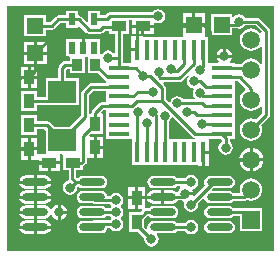
<source format=gtl>
G04 Layer_Physical_Order=1*
G04 Layer_Color=255*
%FSLAX44Y44*%
%MOMM*%
G71*
G01*
G75*
%ADD10R,2.4000X1.9000*%
%ADD11O,2.2000X0.6000*%
%ADD12R,0.9000X1.3000*%
%ADD13R,1.3000X0.9000*%
%ADD14R,0.8890X1.0160*%
%ADD15R,0.4500X1.8000*%
%ADD16R,1.8000X0.4500*%
%ADD17R,0.6000X1.0000*%
%ADD18R,1.3500X1.4500*%
%ADD19R,1.4500X1.3500*%
%ADD20C,0.2540*%
%ADD21C,1.5000*%
%ADD22R,1.5000X1.5000*%
%ADD23C,0.8000*%
G36*
X466063Y240187D02*
X240049D01*
Y447451D01*
X466063D01*
Y240187D01*
D02*
G37*
%LPC*%
G36*
X368300Y444957D02*
X365959Y444492D01*
X363974Y443165D01*
X363312Y442174D01*
X327361D01*
X326085Y441920D01*
X325004Y441197D01*
X323320Y439514D01*
X319300D01*
Y443180D01*
X309300D01*
Y434166D01*
X308127Y433680D01*
X303269Y438537D01*
X302188Y439260D01*
X300912Y439514D01*
X300300D01*
Y443180D01*
X290300D01*
Y439514D01*
X283780D01*
X282504Y439260D01*
X281422Y438537D01*
X277069Y434184D01*
X273410D01*
Y439600D01*
X254910D01*
Y422100D01*
X273410D01*
Y427516D01*
X278450D01*
X279726Y427770D01*
X280807Y428493D01*
X285161Y432846D01*
X290300D01*
Y429180D01*
X300300D01*
Y430417D01*
X301473Y430903D01*
X307364Y425013D01*
X308446Y424290D01*
X309722Y424036D01*
X318878D01*
X320154Y424290D01*
X321236Y425013D01*
X322939Y426716D01*
X326939D01*
Y424030D01*
X331625D01*
Y408010D01*
X330355Y407625D01*
X330062Y408063D01*
X328077Y409389D01*
X325736Y409855D01*
X323395Y409389D01*
X321410Y408063D01*
X320570Y406805D01*
X319300Y407191D01*
Y419180D01*
X310340D01*
Y419720D01*
X306070D01*
Y412180D01*
X303530D01*
Y419720D01*
X299260D01*
Y419180D01*
X290300D01*
Y405180D01*
X292249D01*
X293275Y404590D01*
X293275Y403910D01*
Y400844D01*
X289560D01*
X288284Y400590D01*
X287202Y399868D01*
X284662Y397327D01*
X283940Y396246D01*
X283686Y394970D01*
Y386330D01*
X273020D01*
Y370524D01*
X265580D01*
Y375690D01*
X252580D01*
Y358690D01*
X265580D01*
Y363856D01*
X273020D01*
Y363330D01*
X301020D01*
Y386330D01*
X290354D01*
Y393589D01*
X290941Y394176D01*
X293275D01*
Y390430D01*
X306165D01*
X306165Y404432D01*
X307340Y404622D01*
X308515Y404432D01*
X308515Y403370D01*
Y390430D01*
X317325D01*
X323083Y384672D01*
X323959Y384086D01*
Y382364D01*
X311720D01*
X310444Y382110D01*
X309362Y381387D01*
X304293Y376317D01*
X303570Y375236D01*
X303316Y373960D01*
Y354841D01*
X293805Y345330D01*
X280235D01*
X276658Y348908D01*
X275576Y349630D01*
X274300Y349884D01*
X265580D01*
Y355050D01*
X252580D01*
Y338050D01*
X265580D01*
Y343216D01*
X271792D01*
X273020Y341988D01*
Y323310D01*
X273020Y322330D01*
X271870Y322040D01*
X267390D01*
X267210Y322040D01*
X266120Y322475D01*
Y325280D01*
X260350D01*
Y317510D01*
X265940D01*
X266120Y317510D01*
X267210Y317076D01*
Y316270D01*
X276250D01*
X285290D01*
X285290Y322040D01*
X286440Y322330D01*
X286824D01*
X287750Y321500D01*
Y308500D01*
X292416D01*
Y301150D01*
X292464Y300907D01*
X291555Y299431D01*
X291409Y299402D01*
X289424Y298076D01*
X288098Y296091D01*
X287633Y293750D01*
X288098Y291409D01*
X289424Y289424D01*
X291409Y288098D01*
X293750Y287633D01*
X296091Y288098D01*
X298076Y289424D01*
X299402Y291409D01*
X299867Y293750D01*
X299848Y293846D01*
X299961Y294065D01*
X301209Y294495D01*
X302339Y293740D01*
X304290Y293352D01*
X320290D01*
X322241Y293740D01*
X323895Y294845D01*
X325000Y296499D01*
X325388Y298450D01*
X325000Y300401D01*
X323895Y302055D01*
X322241Y303160D01*
X320290Y303548D01*
X304290D01*
X302339Y303160D01*
X300685Y302055D01*
X299395Y302220D01*
X299084Y302531D01*
Y308500D01*
X304750D01*
Y311869D01*
X304806Y311880D01*
X305888Y312603D01*
X307158Y313873D01*
X307880Y314954D01*
X308134Y316230D01*
Y318780D01*
X313690D01*
Y327820D01*
Y336860D01*
X310374D01*
X309888Y338033D01*
X311175Y339320D01*
X321460D01*
Y356320D01*
X320784D01*
X320298Y357493D01*
X322501Y359696D01*
X323959D01*
Y350780D01*
Y342780D01*
Y334780D01*
X345043D01*
X346003Y334574D01*
X346209Y333613D01*
Y312530D01*
X401669D01*
Y311990D01*
X405189D01*
Y323530D01*
X406459D01*
Y324800D01*
X411249D01*
Y334780D01*
X421494D01*
X422116Y334158D01*
Y332648D01*
X421124Y331986D01*
X419798Y330001D01*
X419333Y327660D01*
X419798Y325319D01*
X421124Y323334D01*
X423109Y322008D01*
X425450Y321543D01*
X427791Y322008D01*
X429776Y323334D01*
X431102Y325319D01*
X431567Y327660D01*
X431102Y330001D01*
X429776Y331986D01*
X428784Y332648D01*
Y334780D01*
X432959D01*
Y342780D01*
Y350780D01*
Y358780D01*
Y366780D01*
Y374780D01*
Y383695D01*
X435819D01*
X441818Y377697D01*
X441611Y376108D01*
X440265Y375075D01*
X438742Y373091D01*
X437785Y370780D01*
X437458Y368300D01*
X437785Y365820D01*
X438742Y363509D01*
X440265Y361525D01*
X442249Y360002D01*
X444560Y359044D01*
X447040Y358718D01*
X449520Y359044D01*
X451831Y360002D01*
X453815Y361525D01*
X455136Y363245D01*
X456275Y362990D01*
X456406Y362917D01*
Y356981D01*
X450977Y351552D01*
X449520Y352155D01*
X447040Y352482D01*
X444560Y352155D01*
X442249Y351198D01*
X440265Y349675D01*
X438742Y347691D01*
X437785Y345380D01*
X437458Y342900D01*
X437785Y340420D01*
X438742Y338109D01*
X440265Y336124D01*
X442249Y334602D01*
X444560Y333644D01*
X447040Y333318D01*
X449520Y333644D01*
X451831Y334602D01*
X453815Y336124D01*
X455338Y338109D01*
X456296Y340420D01*
X456622Y342900D01*
X456296Y345380D01*
X455692Y346837D01*
X462098Y353242D01*
X462820Y354324D01*
X463074Y355600D01*
Y426720D01*
X462820Y427996D01*
X462098Y429077D01*
X454478Y436698D01*
X453396Y437420D01*
X452120Y437674D01*
X441868D01*
X441206Y438666D01*
X439221Y439992D01*
X436880Y440457D01*
X434539Y439992D01*
X432554Y438666D01*
X431980Y437806D01*
X430710Y438192D01*
Y441050D01*
X413210D01*
Y422550D01*
X430710D01*
Y428466D01*
X434340D01*
X434998Y428597D01*
X436880Y428223D01*
X439221Y428688D01*
X441206Y430014D01*
X441868Y431006D01*
X450739D01*
X456115Y425630D01*
X456115Y425625D01*
X456002Y425112D01*
X454635Y424808D01*
X453815Y425875D01*
X451831Y427398D01*
X449520Y428355D01*
X447040Y428682D01*
X444560Y428355D01*
X442249Y427398D01*
X440265Y425875D01*
X438742Y423891D01*
X437785Y421580D01*
X437458Y419100D01*
X437785Y416620D01*
X438742Y414309D01*
X440265Y412325D01*
X442249Y410802D01*
X444560Y409845D01*
X447040Y409518D01*
X449520Y409845D01*
X451831Y410802D01*
X453815Y412325D01*
X455136Y414045D01*
X456275Y413790D01*
X456406Y413717D01*
Y399083D01*
X456275Y399010D01*
X455136Y398755D01*
X453815Y400475D01*
X451831Y401998D01*
X449520Y402956D01*
X447040Y403282D01*
X444560Y402956D01*
X442249Y401998D01*
X440265Y400475D01*
X438742Y398491D01*
X438689Y398364D01*
X432959D01*
Y399280D01*
X429385D01*
X428975Y400178D01*
X428909Y400550D01*
X429893Y401832D01*
X430552Y403423D01*
X430609Y403860D01*
X417751D01*
X417808Y403423D01*
X418467Y401832D01*
X419451Y400550D01*
X419384Y400178D01*
X418975Y399280D01*
X411876D01*
X410915Y399486D01*
X410709Y400446D01*
Y421530D01*
X408821D01*
X407750Y422010D01*
X407750Y422800D01*
Y430530D01*
X398460D01*
Y431800D01*
D01*
Y430530D01*
X389170D01*
Y422800D01*
X389170Y422010D01*
X388099Y421530D01*
X355249D01*
Y422070D01*
X351729D01*
Y410530D01*
X350459D01*
Y409260D01*
X345669D01*
Y399280D01*
X338293D01*
Y403750D01*
Y424030D01*
X343939D01*
Y435506D01*
X346399D01*
Y431800D01*
X355439D01*
X364479D01*
Y432829D01*
X365599Y433428D01*
X365959Y433188D01*
X368300Y432722D01*
X370641Y433188D01*
X372626Y434514D01*
X373952Y436498D01*
X374417Y438840D01*
X373952Y441181D01*
X372626Y443165D01*
X370641Y444492D01*
X368300Y444957D01*
D02*
G37*
G36*
X407750Y441590D02*
X399730D01*
Y433070D01*
X407750D01*
Y441590D01*
D02*
G37*
G36*
X397190D02*
X389170D01*
Y433070D01*
X397190D01*
Y441590D01*
D02*
G37*
G36*
X364479Y429260D02*
X356709D01*
Y423490D01*
X364479D01*
Y429260D01*
D02*
G37*
G36*
X354169D02*
X346399D01*
Y423490D01*
X354169D01*
Y429260D01*
D02*
G37*
G36*
X349189Y422070D02*
X345669D01*
Y411800D01*
X349189D01*
Y422070D01*
D02*
G37*
G36*
X273950Y416640D02*
X265430D01*
Y408620D01*
X273950D01*
Y416640D01*
D02*
G37*
G36*
X262890D02*
X254370D01*
Y408620D01*
X262890D01*
Y416640D01*
D02*
G37*
G36*
X425450Y411559D02*
Y406400D01*
X430609D01*
X430552Y406837D01*
X429893Y408428D01*
X428844Y409794D01*
X427478Y410843D01*
X425887Y411502D01*
X425450Y411559D01*
D02*
G37*
G36*
X422910D02*
X422473Y411502D01*
X420882Y410843D01*
X419516Y409794D01*
X418467Y408428D01*
X417808Y406837D01*
X417751Y406400D01*
X422910D01*
Y411559D01*
D02*
G37*
G36*
X273950Y406080D02*
X265430D01*
Y398060D01*
X273950D01*
Y406080D01*
D02*
G37*
G36*
X262890D02*
X254370D01*
Y398060D01*
X262890D01*
Y406080D01*
D02*
G37*
G36*
X266120Y396230D02*
X260350D01*
Y388460D01*
X266120D01*
Y396230D01*
D02*
G37*
G36*
X257810D02*
X252040D01*
Y388460D01*
X257810D01*
Y396230D01*
D02*
G37*
G36*
X266120Y385920D02*
X260350D01*
Y378150D01*
X266120D01*
Y385920D01*
D02*
G37*
G36*
X257810D02*
X252040D01*
Y378150D01*
X257810D01*
Y385920D01*
D02*
G37*
G36*
X322000Y336860D02*
X316230D01*
Y329090D01*
X322000D01*
Y336860D01*
D02*
G37*
G36*
X266120Y335590D02*
X260350D01*
Y327820D01*
X266120D01*
Y335590D01*
D02*
G37*
G36*
X257810D02*
X252040D01*
Y327820D01*
X257810D01*
Y335590D01*
D02*
G37*
G36*
X322000Y326550D02*
X316230D01*
Y318780D01*
X322000D01*
Y326550D01*
D02*
G37*
G36*
X448310Y327459D02*
Y318770D01*
X456999D01*
X456822Y320121D01*
X455810Y322563D01*
X454201Y324661D01*
X452103Y326270D01*
X449661Y327282D01*
X448310Y327459D01*
D02*
G37*
G36*
X445770D02*
X444419Y327282D01*
X441977Y326270D01*
X439879Y324661D01*
X438270Y322563D01*
X437258Y320121D01*
X437081Y318770D01*
X445770D01*
Y327459D01*
D02*
G37*
G36*
X257810Y325280D02*
X252040D01*
Y317510D01*
X257810D01*
Y325280D01*
D02*
G37*
G36*
X411249Y322260D02*
X407729D01*
Y311990D01*
X411249D01*
Y322260D01*
D02*
G37*
G36*
X285290Y313730D02*
X277520D01*
Y307960D01*
X285290D01*
Y313730D01*
D02*
G37*
G36*
X274980D02*
X267210D01*
Y307960D01*
X274980D01*
Y313730D01*
D02*
G37*
G36*
X456999Y316230D02*
X448310D01*
Y307541D01*
X449661Y307718D01*
X452103Y308730D01*
X454201Y310339D01*
X455810Y312437D01*
X456822Y314879D01*
X456999Y316230D01*
D02*
G37*
G36*
X445770D02*
X437081D01*
X437258Y314879D01*
X438270Y312437D01*
X439879Y310339D01*
X441977Y308730D01*
X444419Y307718D01*
X445770Y307541D01*
Y316230D01*
D02*
G37*
G36*
X396240Y304568D02*
X393899Y304102D01*
X391914Y302776D01*
X391252Y301784D01*
X384026D01*
X383845Y302055D01*
X382191Y303160D01*
X380240Y303548D01*
X364240D01*
X362289Y303160D01*
X360635Y302055D01*
X359530Y300401D01*
X359142Y298450D01*
X359530Y296499D01*
X360635Y294845D01*
X362289Y293740D01*
X364240Y293352D01*
X380240D01*
X382191Y293740D01*
X383845Y294845D01*
X384026Y295116D01*
X386717D01*
X387148Y293846D01*
X386586Y293414D01*
X385537Y292048D01*
X384990Y290726D01*
X384135Y290308D01*
X383563Y290193D01*
X382402Y290969D01*
X380240Y291399D01*
X373510D01*
Y285750D01*
Y280102D01*
X380240D01*
X382402Y280531D01*
X384234Y281756D01*
X385416Y283524D01*
X385531Y283675D01*
X386817Y283908D01*
X387952Y283037D01*
X389520Y282388D01*
X389618Y282337D01*
X390437Y280980D01*
X390122Y279400D01*
X390588Y277059D01*
X391914Y275074D01*
X393899Y273748D01*
X396240Y273283D01*
X398581Y273748D01*
X400566Y275074D01*
X401892Y277059D01*
X402357Y279400D01*
X402125Y280570D01*
X406217Y284662D01*
X407432Y284293D01*
X407530Y283799D01*
X408635Y282145D01*
X410289Y281040D01*
X412240Y280652D01*
X428240D01*
X430191Y281040D01*
X431845Y282145D01*
X432026Y282416D01*
X440690D01*
X441966Y282670D01*
X443047Y283393D01*
X443103Y283448D01*
X444560Y282845D01*
X447040Y282518D01*
X449520Y282845D01*
X451831Y283802D01*
X453815Y285324D01*
X455338Y287309D01*
X456296Y289620D01*
X456622Y292100D01*
X456296Y294580D01*
X455338Y296891D01*
X453815Y298875D01*
X451831Y300398D01*
X449520Y301355D01*
X447040Y301682D01*
X444560Y301355D01*
X442249Y300398D01*
X440265Y298875D01*
X438742Y296891D01*
X437785Y294580D01*
X437458Y292100D01*
X437688Y290354D01*
X436739Y289084D01*
X432026D01*
X431845Y289355D01*
X430191Y290460D01*
X428240Y290848D01*
X414062D01*
X413576Y292021D01*
X414907Y293352D01*
X428240D01*
X430191Y293740D01*
X431845Y294845D01*
X432950Y296499D01*
X433338Y298450D01*
X432950Y300401D01*
X431845Y302055D01*
X430191Y303160D01*
X428240Y303548D01*
X412240D01*
X410289Y303160D01*
X408635Y302055D01*
X407530Y300401D01*
X407142Y298450D01*
X407530Y296499D01*
X407968Y295843D01*
X398795Y286670D01*
X398442Y286782D01*
X397660Y287331D01*
X397679Y287480D01*
X391250D01*
Y290020D01*
X397679D01*
X397622Y290457D01*
X397294Y291247D01*
X397990Y292680D01*
X398581Y292798D01*
X400566Y294124D01*
X401892Y296109D01*
X402357Y298450D01*
X401892Y300791D01*
X400566Y302776D01*
X398581Y304102D01*
X396240Y304568D01*
D02*
G37*
G36*
X272290Y304098D02*
X265560D01*
Y299720D01*
X277686D01*
X277509Y300612D01*
X276284Y302444D01*
X274452Y303669D01*
X272290Y304098D01*
D02*
G37*
G36*
X263020D02*
X256290D01*
X254128Y303669D01*
X252296Y302444D01*
X251071Y300612D01*
X250894Y299720D01*
X263020D01*
Y304098D01*
D02*
G37*
G36*
X277686Y297180D02*
X265560D01*
Y292801D01*
X272290D01*
X274452Y293231D01*
X276284Y294456D01*
X277509Y296288D01*
X277686Y297180D01*
D02*
G37*
G36*
X263020D02*
X250894D01*
X251071Y296288D01*
X252296Y294456D01*
X254128Y293231D01*
X256290Y292801D01*
X263020D01*
Y297180D01*
D02*
G37*
G36*
X272290Y291399D02*
X265560D01*
Y287020D01*
X277686D01*
X277509Y287912D01*
X276284Y289744D01*
X274452Y290969D01*
X272290Y291399D01*
D02*
G37*
G36*
X370970D02*
X364240D01*
X362078Y290969D01*
X360246Y289744D01*
X359021Y287912D01*
X358844Y287020D01*
X370970D01*
Y291399D01*
D02*
G37*
G36*
X263020D02*
X256290D01*
X254128Y290969D01*
X252296Y289744D01*
X251071Y287912D01*
X250894Y287020D01*
X263020D01*
Y291399D01*
D02*
G37*
G36*
X357040Y294040D02*
X351270D01*
Y286270D01*
X357040D01*
Y294040D01*
D02*
G37*
G36*
X348730D02*
X342960D01*
Y286270D01*
X348730D01*
Y294040D01*
D02*
G37*
G36*
X370970Y284480D02*
X358844D01*
X359021Y283588D01*
X360246Y281756D01*
X362078Y280531D01*
X364240Y280102D01*
X370970D01*
Y284480D01*
D02*
G37*
G36*
X277686D02*
X265560D01*
Y280102D01*
X272290D01*
X274452Y280531D01*
X276284Y281756D01*
X277509Y283588D01*
X277686Y284480D01*
D02*
G37*
G36*
X263020D02*
X250894D01*
X251071Y283588D01*
X252296Y281756D01*
X254128Y280531D01*
X256290Y280102D01*
X263020D01*
Y284480D01*
D02*
G37*
G36*
X320290Y290848D02*
X304290D01*
X302339Y290460D01*
X300685Y289355D01*
X299580Y287701D01*
X299192Y285750D01*
X299580Y283799D01*
X300685Y282145D01*
X302339Y281040D01*
X304290Y280652D01*
X312772D01*
X313554Y280130D01*
X314830Y279876D01*
X327752D01*
X328414Y278884D01*
X328593Y278765D01*
Y277495D01*
X328414Y277376D01*
X327752Y276384D01*
X324076D01*
X323895Y276655D01*
X322241Y277760D01*
X320290Y278148D01*
X304290D01*
X302339Y277760D01*
X300685Y276655D01*
X299580Y275001D01*
X299192Y273050D01*
X299580Y271099D01*
X300685Y269445D01*
X302339Y268340D01*
X304290Y267952D01*
X320290D01*
X322241Y268340D01*
X323895Y269445D01*
X324076Y269716D01*
X327752D01*
X328414Y268724D01*
X328593Y268605D01*
Y267335D01*
X328414Y267216D01*
X327752Y266224D01*
X314830D01*
X313554Y265970D01*
X312772Y265448D01*
X304290D01*
X302339Y265060D01*
X300685Y263955D01*
X299580Y262301D01*
X299192Y260350D01*
X299580Y258399D01*
X300685Y256745D01*
X302339Y255640D01*
X304290Y255252D01*
X320290D01*
X322241Y255640D01*
X323895Y256745D01*
X325000Y258399D01*
X325230Y259556D01*
X327752D01*
X328414Y258564D01*
X330399Y257238D01*
X332740Y256772D01*
X335081Y257238D01*
X337066Y258564D01*
X338392Y260549D01*
X338857Y262890D01*
X338392Y265231D01*
X337066Y267216D01*
X336887Y267335D01*
Y268605D01*
X337066Y268724D01*
X338392Y270709D01*
X338857Y273050D01*
X338392Y275391D01*
X337066Y277376D01*
X336887Y277495D01*
Y278765D01*
X337066Y278884D01*
X338392Y280869D01*
X338857Y283210D01*
X338392Y285551D01*
X337066Y287536D01*
X335081Y288862D01*
X332740Y289328D01*
X330399Y288862D01*
X328414Y287536D01*
X327752Y286544D01*
X325230D01*
X325000Y287701D01*
X323895Y289355D01*
X322241Y290460D01*
X320290Y290848D01*
D02*
G37*
G36*
X348730Y283730D02*
X342960D01*
Y275960D01*
X348730D01*
Y283730D01*
D02*
G37*
G36*
X283210Y279479D02*
X282773Y279422D01*
X281182Y278763D01*
X279816Y277714D01*
X278767Y276348D01*
X278572Y275878D01*
X277146Y275754D01*
X276284Y277044D01*
X274452Y278269D01*
X272290Y278699D01*
X265560D01*
Y273050D01*
Y267402D01*
X272290D01*
X274452Y267831D01*
X276284Y269056D01*
X277146Y270346D01*
X278572Y270222D01*
X278767Y269752D01*
X279816Y268386D01*
X281182Y267337D01*
X282773Y266678D01*
X283210Y266621D01*
Y273050D01*
Y279479D01*
D02*
G37*
G36*
X285750D02*
Y274320D01*
X290909D01*
X290852Y274757D01*
X290193Y276348D01*
X289144Y277714D01*
X287778Y278763D01*
X286187Y279422D01*
X285750Y279479D01*
D02*
G37*
G36*
X263020Y278699D02*
X256290D01*
X254128Y278269D01*
X252296Y277044D01*
X251071Y275212D01*
X250894Y274320D01*
X263020D01*
Y278699D01*
D02*
G37*
G36*
X357040Y283730D02*
X351270D01*
Y275960D01*
X354449D01*
X354975Y274690D01*
X353785Y273500D01*
X343500D01*
Y256500D01*
X351285D01*
X356615Y251170D01*
X356382Y250000D01*
X356848Y247659D01*
X358174Y245674D01*
X360159Y244348D01*
X362500Y243883D01*
X364841Y244348D01*
X366826Y245674D01*
X368152Y247659D01*
X368618Y250000D01*
X368152Y252341D01*
X367055Y253982D01*
X367551Y255252D01*
X380240D01*
X382191Y255640D01*
X383845Y256745D01*
X384026Y257016D01*
X391252D01*
X391914Y256024D01*
X393899Y254698D01*
X396240Y254233D01*
X398581Y254698D01*
X400566Y256024D01*
X401892Y258009D01*
X402357Y260350D01*
X401892Y262691D01*
X400566Y264676D01*
X398581Y266002D01*
X396240Y266467D01*
X393899Y266002D01*
X391914Y264676D01*
X391252Y263684D01*
X384026D01*
X383845Y263955D01*
X382191Y265060D01*
X380240Y265448D01*
X364240D01*
X362289Y265060D01*
X360635Y263955D01*
X359530Y262301D01*
X359142Y260350D01*
X359261Y259750D01*
X358091Y259124D01*
X356500Y260715D01*
Y266785D01*
X359287Y269572D01*
X360607Y269488D01*
X360635Y269445D01*
X362289Y268340D01*
X364240Y267952D01*
X380240D01*
X382191Y268340D01*
X383845Y269445D01*
X384950Y271099D01*
X385338Y273050D01*
X384950Y275001D01*
X383845Y276655D01*
X382191Y277760D01*
X380240Y278148D01*
X364240D01*
X362289Y277760D01*
X360635Y276655D01*
X360454Y276384D01*
X358050D01*
X358022Y276378D01*
X357040Y277184D01*
Y283730D01*
D02*
G37*
G36*
X263020Y271780D02*
X250894D01*
X251071Y270888D01*
X252296Y269056D01*
X254128Y267831D01*
X256290Y267402D01*
X263020D01*
Y271780D01*
D02*
G37*
G36*
X290909D02*
X285750D01*
Y266621D01*
X286187Y266678D01*
X287778Y267337D01*
X289144Y268386D01*
X290193Y269752D01*
X290852Y271343D01*
X290909Y271780D01*
D02*
G37*
G36*
X272290Y265998D02*
X265560D01*
Y261620D01*
X277686D01*
X277509Y262512D01*
X276284Y264344D01*
X274452Y265569D01*
X272290Y265998D01*
D02*
G37*
G36*
X263020D02*
X256290D01*
X254128Y265569D01*
X252296Y264344D01*
X251071Y262512D01*
X250894Y261620D01*
X263020D01*
Y265998D01*
D02*
G37*
G36*
X428240Y278148D02*
X412240D01*
X410289Y277760D01*
X408635Y276655D01*
X407530Y275001D01*
X407142Y273050D01*
X407530Y271099D01*
X408635Y269445D01*
X410289Y268340D01*
X412240Y267952D01*
X428240D01*
X430191Y268340D01*
X431845Y269445D01*
X432026Y269716D01*
X437540D01*
Y257200D01*
X456540D01*
Y276200D01*
X447965D01*
X447040Y276384D01*
X432026D01*
X431845Y276655D01*
X430191Y277760D01*
X428240Y278148D01*
D02*
G37*
G36*
Y265448D02*
X412240D01*
X410289Y265060D01*
X408635Y263955D01*
X407530Y262301D01*
X407142Y260350D01*
X407530Y258399D01*
X408635Y256745D01*
X410289Y255640D01*
X412240Y255252D01*
X428240D01*
X430191Y255640D01*
X431845Y256745D01*
X432950Y258399D01*
X433338Y260350D01*
X432950Y262301D01*
X431845Y263955D01*
X430191Y265060D01*
X428240Y265448D01*
D02*
G37*
G36*
X277686Y259080D02*
X265560D01*
Y254701D01*
X272290D01*
X274452Y255131D01*
X276284Y256356D01*
X277509Y258188D01*
X277686Y259080D01*
D02*
G37*
G36*
X263020D02*
X250894D01*
X251071Y258188D01*
X252296Y256356D01*
X254128Y255131D01*
X256290Y254701D01*
X263020D01*
Y259080D01*
D02*
G37*
%LPD*%
G36*
X394345Y387955D02*
X393101Y386094D01*
X392636Y383753D01*
X393101Y381412D01*
X394427Y379427D01*
X396412Y378101D01*
X397739Y377837D01*
X398323Y376426D01*
X398101Y376094D01*
X397636Y373753D01*
X398101Y371412D01*
X399156Y369834D01*
X398608Y368564D01*
X389535D01*
X388989Y369381D01*
X387005Y370707D01*
X384663Y371173D01*
X382322Y370707D01*
X380338Y369381D01*
X379011Y367396D01*
X378821Y366440D01*
X377443Y366022D01*
X374584Y368881D01*
Y378469D01*
X374330Y379745D01*
X373607Y380826D01*
X372458Y381976D01*
X372944Y383149D01*
X386362D01*
X387638Y383403D01*
X388719Y384126D01*
X393358Y388764D01*
X394345Y387955D01*
D02*
G37*
G36*
X323959Y374780D02*
Y366780D01*
Y366364D01*
X321120D01*
X319844Y366110D01*
X318762Y365387D01*
X312603Y359228D01*
X311880Y358146D01*
X311626Y356870D01*
Y356320D01*
X309984D01*
Y372579D01*
X313101Y375696D01*
X323959D01*
Y374780D01*
D02*
G37*
G36*
X397363Y336672D02*
X398445Y335949D01*
X399197Y335800D01*
X399072Y334530D01*
X377793D01*
Y350204D01*
X378076Y350393D01*
X379402Y352378D01*
X379513Y352938D01*
X380729Y353306D01*
X397363Y336672D01*
D02*
G37*
D10*
X287020Y374830D02*
D03*
Y333830D02*
D03*
D11*
X372240Y298450D02*
D03*
Y285750D02*
D03*
Y273050D02*
D03*
Y260350D02*
D03*
X420240Y298450D02*
D03*
Y285750D02*
D03*
Y273050D02*
D03*
Y260350D02*
D03*
X264290Y298450D02*
D03*
Y285750D02*
D03*
Y273050D02*
D03*
Y260350D02*
D03*
X312290Y298450D02*
D03*
Y285750D02*
D03*
Y273050D02*
D03*
Y260350D02*
D03*
D12*
X314960Y327820D02*
D03*
Y347820D02*
D03*
X350000Y265000D02*
D03*
Y285000D02*
D03*
X259080Y387190D02*
D03*
Y367190D02*
D03*
Y326550D02*
D03*
Y346550D02*
D03*
D13*
X355439Y430530D02*
D03*
X335439D02*
D03*
X276250Y315000D02*
D03*
X296250D02*
D03*
D14*
X314960Y397510D02*
D03*
X299720D02*
D03*
D15*
X350459Y410530D02*
D03*
X358459D02*
D03*
X366459D02*
D03*
X374459D02*
D03*
X382459D02*
D03*
X390459D02*
D03*
X398459D02*
D03*
X406459D02*
D03*
Y323530D02*
D03*
X398459D02*
D03*
X390459D02*
D03*
X382459D02*
D03*
X374459D02*
D03*
X366459D02*
D03*
X358459D02*
D03*
X350459D02*
D03*
D16*
X421959Y395030D02*
D03*
Y387030D02*
D03*
Y379030D02*
D03*
Y371030D02*
D03*
Y363030D02*
D03*
Y355030D02*
D03*
Y347030D02*
D03*
Y339030D02*
D03*
X334959D02*
D03*
Y347030D02*
D03*
Y355030D02*
D03*
Y363030D02*
D03*
Y371030D02*
D03*
Y379030D02*
D03*
Y387030D02*
D03*
Y395030D02*
D03*
D17*
X295300Y412180D02*
D03*
X304800D02*
D03*
X314300D02*
D03*
Y436180D02*
D03*
X295300D02*
D03*
D18*
X398460Y431800D02*
D03*
X421960D02*
D03*
D19*
X264160Y407350D02*
D03*
Y430850D02*
D03*
D20*
X334959Y403750D02*
Y430050D01*
Y395030D02*
Y403750D01*
X334947Y403737D02*
X334959Y403750D01*
X325736Y403737D02*
X334947D01*
X378753Y392503D02*
X384473D01*
X369767Y386483D02*
X386362D01*
X398459Y398581D01*
Y410530D01*
X390459Y398489D02*
Y410530D01*
X384473Y392503D02*
X390459Y398489D01*
X378753Y392503D02*
Y393753D01*
X385000Y435000D02*
X389470Y430530D01*
X376930Y435000D02*
X385000D01*
X372460Y430530D02*
X376930Y435000D01*
X389470Y430530D02*
X397190D01*
X355439D02*
X372460D01*
X406477Y371030D02*
X421959D01*
X405659Y365230D02*
X407859Y363030D01*
X421959D01*
X403860Y393700D02*
X406459Y396299D01*
X397190Y430530D02*
X398460Y431800D01*
X406400D01*
X411940Y426260D01*
Y423195D02*
Y426260D01*
Y423195D02*
X413856Y421280D01*
X419460D01*
X327361Y438840D02*
X368300D01*
X314830Y262890D02*
X332740D01*
X312290Y260350D02*
X314830Y262890D01*
Y283210D02*
X332740D01*
X312290Y285750D02*
X314830Y283210D01*
X402119Y355250D02*
X421739D01*
X421959Y355030D01*
X401898D02*
X402119Y355250D01*
X401018Y355030D02*
X401898D01*
X421009Y347980D02*
X421959Y347030D01*
X311720Y379030D02*
X334959D01*
X306650Y373960D02*
X311720Y379030D01*
X306650Y353460D02*
Y373960D01*
X420240Y273050D02*
X447040D01*
X396240Y279400D02*
X415290Y298450D01*
X420240D01*
X275590Y307340D02*
Y314800D01*
X275750Y314960D01*
X349250Y285590D02*
Y308610D01*
X345439D02*
X403859D01*
X248920Y383540D02*
X252570Y387190D01*
X248920Y330200D02*
Y383540D01*
Y330200D02*
X252570Y326550D01*
X259080D01*
X252570Y387190D02*
X259080D01*
X304800Y337660D02*
X314960Y347820D01*
X372240Y260350D02*
X396240D01*
X420240Y285750D02*
X440690D01*
X447040Y292100D01*
Y266700D02*
Y273050D01*
X349250Y285590D02*
X349410Y285750D01*
X403859Y308610D02*
X406459Y311210D01*
Y323530D01*
X350459Y410530D02*
Y429200D01*
X351789Y430530D01*
X355439D01*
X334959Y395030D02*
X349189D01*
X355599Y388620D01*
X314960Y347820D02*
Y356870D01*
X303530Y314960D02*
X304800Y316230D01*
X295750Y314960D02*
X303530D01*
X304800Y316230D02*
Y337660D01*
X289560Y397510D02*
X299720D01*
X287020Y394970D02*
X289560Y397510D01*
X287020Y374830D02*
Y394970D01*
Y333830D02*
X306650Y353460D01*
X334643Y378714D02*
X334959Y379030D01*
X259080Y316230D02*
Y326550D01*
Y316230D02*
X260350Y314960D01*
X275750D01*
X259080Y346550D02*
X274300D01*
X287020Y333830D01*
X259080Y367190D02*
X279380D01*
X287020Y374830D01*
X264160Y430850D02*
X278450D01*
X283780Y436180D01*
X295300D01*
X304800Y412180D02*
Y422910D01*
X302260Y425450D02*
X304800Y422910D01*
X282260Y425450D02*
X302260D01*
X264160Y407350D02*
X282260Y425450D01*
X264160Y392270D02*
Y407350D01*
X259080Y387190D02*
X264160Y392270D01*
X314960Y327820D02*
X326228D01*
X345439Y308610D01*
X321120Y363030D02*
X334959D01*
X314960Y356870D02*
X321120Y363030D01*
X325440Y387030D02*
X334959D01*
X314960Y397510D02*
X325440Y387030D01*
X295300Y436180D02*
X300912D01*
X309722Y427370D01*
X318878D01*
X321558Y430050D01*
X334959D01*
X314300Y436180D02*
X324701D01*
X327361Y438840D01*
X284480Y273050D02*
Y298450D01*
X275590Y307340D02*
X284480Y298450D01*
X264290Y260350D02*
X281940D01*
X284480Y262890D01*
Y273050D01*
X295750Y301150D02*
Y314960D01*
Y301150D02*
X298450Y298450D01*
X312290D01*
Y273050D02*
X332740D01*
X264290Y260350D02*
Y273050D01*
Y285750D01*
Y298450D01*
X372240D02*
X396240D01*
X406459Y323530D02*
X414340D01*
X420370Y317500D01*
X447040D01*
X425450Y327660D02*
Y335539D01*
X421959Y339030D02*
X425450Y335539D01*
X447040Y342900D02*
X459740Y355600D01*
X421959Y395030D02*
X445710D01*
X447040Y393700D01*
X421959Y387030D02*
X437200D01*
X447040Y377190D01*
Y368300D02*
Y377190D01*
X419460Y421280D02*
X424180Y416560D01*
Y405130D02*
Y416560D01*
X436880Y434340D02*
X452120D01*
X459740Y426720D01*
Y355600D02*
Y426720D01*
X434340Y431800D02*
X436880Y434340D01*
X418150Y431800D02*
X434340D01*
X406459Y396299D02*
Y410530D01*
X293750Y293750D02*
X298450Y298450D01*
X350000Y262500D02*
Y265000D01*
Y262500D02*
X362500Y250000D01*
X334959Y363030D02*
X346129D01*
X398544Y357503D02*
X401018Y355030D01*
X398753Y383753D02*
X404035D01*
X408758Y379030D01*
X421959D01*
X403753Y373753D02*
X406477Y371030D01*
X384838Y365230D02*
X405659D01*
X405130Y347980D02*
X421009D01*
X384663Y365055D02*
X384838Y365230D01*
X392503Y357503D02*
X398544D01*
X399720Y339030D02*
X421959D01*
X346129Y363030D02*
X350599Y367500D01*
X371250D02*
X399720Y339030D01*
X334959Y371030D02*
X347280D01*
X351250Y375000D01*
X350599Y367500D02*
X371250D01*
X368750Y387500D02*
X369767Y386483D01*
X368750Y387500D02*
Y391250D01*
X361099Y388620D02*
X371250Y378469D01*
X355599Y388620D02*
X361099D01*
X371250Y367500D02*
Y378469D01*
X351250Y375000D02*
X363750D01*
X358459Y323530D02*
Y348519D01*
X350459Y356709D02*
X351250Y357500D01*
X350459Y323530D02*
Y356709D01*
X374459Y323530D02*
Y354010D01*
X363750Y357500D02*
X366459Y354791D01*
Y323530D02*
Y354791D01*
X358050Y273050D02*
X372240D01*
X350000Y265000D02*
X358050Y273050D01*
X372240Y285750D02*
X388250D01*
X391250Y288750D01*
X349410Y285750D02*
X372240D01*
D21*
X447040Y317500D02*
D03*
Y292100D02*
D03*
Y342900D02*
D03*
Y368300D02*
D03*
Y393700D02*
D03*
Y419100D02*
D03*
D22*
Y266700D02*
D03*
D23*
X435000Y405000D02*
D03*
X285000Y285000D02*
D03*
Y255000D02*
D03*
X325736Y403737D02*
D03*
X378753Y393753D02*
D03*
X398753Y383753D02*
D03*
X403860Y393700D02*
D03*
X368300Y438840D02*
D03*
X332740Y262890D02*
D03*
Y283210D02*
D03*
X396240Y279400D02*
D03*
Y260350D02*
D03*
X284480Y273050D02*
D03*
X332740D02*
D03*
X396240Y298450D02*
D03*
X355599Y388620D02*
D03*
X425450Y327660D02*
D03*
X424180Y405130D02*
D03*
X436880Y434340D02*
D03*
X293750Y293750D02*
D03*
X362500Y250000D02*
D03*
X403753Y373753D02*
D03*
X405130Y347980D02*
D03*
X384663Y365055D02*
D03*
X392503Y357503D02*
D03*
X368750Y391250D02*
D03*
X363750Y375000D02*
D03*
X358750Y348810D02*
D03*
X351250Y357500D02*
D03*
X373750Y354719D02*
D03*
X363750Y357500D02*
D03*
X391250Y288750D02*
D03*
M02*

</source>
